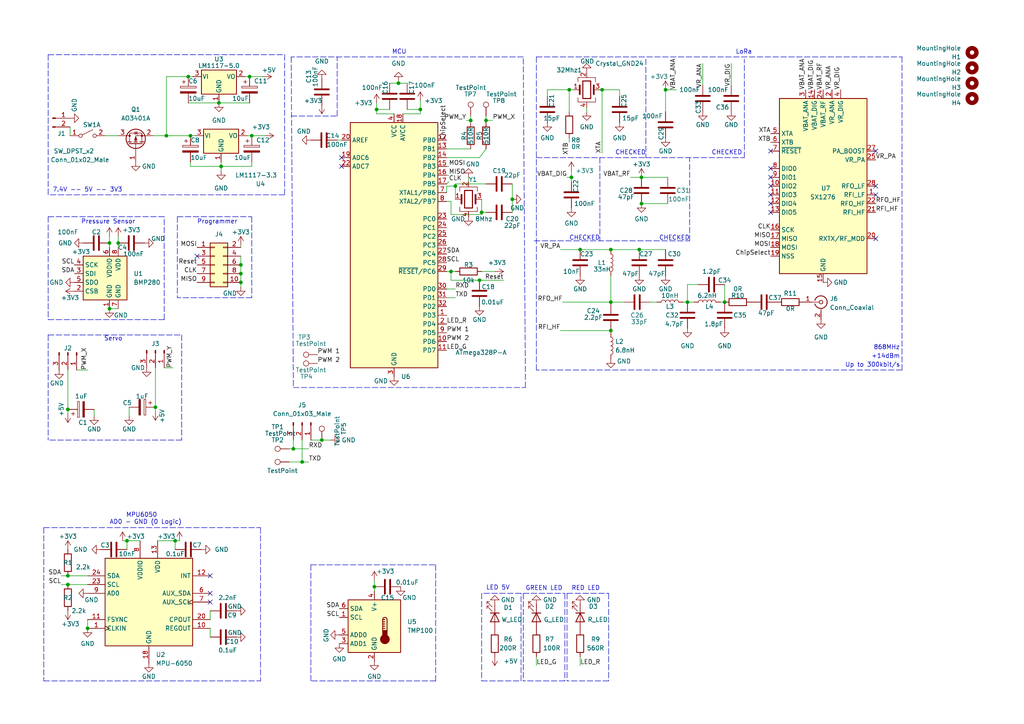
<source format=kicad_sch>
(kicad_sch (version 20211123) (generator eeschema)
  (paper "A4")
  (junction (at 69.85 79.375))
  (junction (at 115.57 24.13))
  (junction (at 31.75 70.485))
  (junction (at 177.165 87.63))
  (junction (at 73.025 39.37))
  (junction (at 165.735 51.435))
  (junction (at 139.065 81.28))
  (junction (at 199.39 87.63))
  (junction (at 174.625 26.035))
  (junction (at 93.345 127.635))
  (junction (at 121.92 31.75))
  (junction (at 72.39 22.225))
  (junction (at 130.81 78.74))
  (junction (at 25.4 182.245))
  (junction (at 54.61 22.225))
  (junction (at 19.685 169.545))
  (junction (at 210.185 87.63))
  (junction (at 36.83 156.845))
  (junction (at 64.135 48.26))
  (junction (at 193.04 26.035))
  (junction (at 109.22 31.75))
  (junction (at 165.1 26.035))
  (junction (at 31.75 89.535))
  (junction (at 148.59 57.785))
  (junction (at 132.08 53.975))
  (junction (at 185.42 72.39))
  (junction (at 19.685 118.745))
  (junction (at 48.26 39.37))
  (junction (at 45.085 118.11))
  (junction (at 55.245 39.37))
  (junction (at 87.63 133.985))
  (junction (at 63.5 29.845))
  (junction (at 69.85 76.835))
  (junction (at 85.09 130.175))
  (junction (at 19.685 167.005))
  (junction (at 186.055 59.055))
  (junction (at 186.055 51.435))
  (junction (at 34.29 70.485))
  (junction (at 177.165 95.885))
  (junction (at 139.7 61.595))
  (junction (at 136.525 34.925))
  (junction (at 108.585 170.18))
  (junction (at 177.165 72.39))
  (junction (at 69.85 81.915))
  (junction (at 140.97 34.925))
  (junction (at 50.8 156.845))
  (junction (at 168.275 72.39))
  (no_connect (at 254 43.815))
  (no_connect (at 254 56.515))
  (no_connect (at 99.06 45.72))
  (no_connect (at 99.06 48.26))
  (no_connect (at 57.15 74.295))
  (no_connect (at 60.96 167.005))
  (no_connect (at 60.96 174.625))
  (no_connect (at 60.96 172.085))
  (no_connect (at 223.52 43.815))
  (no_connect (at 223.52 51.435))
  (no_connect (at 223.52 53.975))
  (no_connect (at 223.52 61.595))
  (no_connect (at 223.52 56.515))
  (no_connect (at 223.52 59.055))
  (no_connect (at 254 69.215))
  (no_connect (at 223.52 48.895))
  (no_connect (at 254 53.975))
  (wire (pts (xy 140.97 34.925) (xy 142.875 34.925)))
  (wire (pts (xy 162.56 72.39) (xy 168.275 72.39)))
  (wire (pts (xy 19.685 169.545) (xy 25.4 169.545)))
  (wire (pts (xy 69.85 74.295) (xy 69.85 76.835)))
  (wire (pts (xy 135.89 51.435) (xy 135.89 52.705)))
  (polyline (pts (xy 13.97 92.71) (xy 47.625 92.71)))
  (polyline (pts (xy 47.625 62.865) (xy 13.97 62.865)))
  (wire (pts (xy 165.735 49.53) (xy 165.735 51.435)))
  (wire (pts (xy 210.185 82.55) (xy 210.185 87.63)))
  (wire (pts (xy 48.26 39.37) (xy 48.26 22.225)))
  (wire (pts (xy 69.85 79.375) (xy 69.85 81.915)))
  (wire (pts (xy 129.54 53.975) (xy 129.54 55.88)))
  (wire (pts (xy 55.245 46.99) (xy 55.245 48.26)))
  (wire (pts (xy 109.22 31.75) (xy 113.03 31.75)))
  (wire (pts (xy 116.84 33.02) (xy 121.92 33.02)))
  (wire (pts (xy 83.82 133.985) (xy 87.63 133.985)))
  (polyline (pts (xy 155.575 45.72) (xy 187.325 45.72)))
  (polyline (pts (xy 84.455 16.51) (xy 85.09 112.395)))
  (wire (pts (xy 71.12 22.225) (xy 72.39 22.225)))
  (polyline (pts (xy 47.625 92.71) (xy 47.625 62.865)))
  (wire (pts (xy 115.57 24.13) (xy 118.11 24.13)))
  (wire (pts (xy 132.08 53.975) (xy 132.08 57.785)))
  (wire (pts (xy 140.97 34.925) (xy 140.97 35.56)))
  (wire (pts (xy 140.97 61.595) (xy 139.7 61.595)))
  (wire (pts (xy 52.07 156.845) (xy 50.8 156.845)))
  (polyline (pts (xy 12.7 197.485) (xy 75.565 197.485)))
  (wire (pts (xy 165.735 51.435) (xy 165.735 52.705)))
  (wire (pts (xy 182.88 51.435) (xy 186.055 51.435)))
  (wire (pts (xy 158.75 26.035) (xy 165.1 26.035)))
  (wire (pts (xy 129.54 53.975) (xy 132.08 53.975)))
  (wire (pts (xy 193.04 26.035) (xy 196.215 26.035)))
  (wire (pts (xy 186.055 51.435) (xy 193.675 51.435)))
  (wire (pts (xy 25.4 107.315) (xy 22.225 107.315)))
  (polyline (pts (xy 151.13 172.085) (xy 139.7 172.085)))
  (wire (pts (xy 121.92 31.75) (xy 121.92 33.02)))
  (wire (pts (xy 54.61 22.225) (xy 55.88 22.225)))
  (polyline (pts (xy 51.435 62.865) (xy 51.435 86.36)))
  (wire (pts (xy 64.135 49.53) (xy 64.135 48.26)))
  (wire (pts (xy 129.54 83.82) (xy 132.08 83.82)))
  (wire (pts (xy 163.195 87.63) (xy 177.165 87.63)))
  (polyline (pts (xy 200.025 69.85) (xy 200.025 45.72)))
  (polyline (pts (xy 51.435 62.865) (xy 73.025 62.865)))
  (polyline (pts (xy 90.17 163.83) (xy 90.17 197.485)))
  (wire (pts (xy 129.54 43.18) (xy 136.525 43.18)))
  (wire (pts (xy 36.83 159.385) (xy 36.83 156.845)))
  (wire (pts (xy 93.345 127.635) (xy 95.885 127.635)))
  (wire (pts (xy 155.575 193.04) (xy 155.575 190.5)))
  (wire (pts (xy 170.18 32.385) (xy 170.18 31.115)))
  (wire (pts (xy 108.585 168.275) (xy 108.585 170.18)))
  (wire (pts (xy 140.97 43.18) (xy 139.065 45.72)))
  (wire (pts (xy 130.175 50.8) (xy 129.54 50.8)))
  (wire (pts (xy 85.09 127.635) (xy 85.09 130.175)))
  (polyline (pts (xy 82.55 15.875) (xy 82.55 56.515)))
  (wire (pts (xy 71.755 39.37) (xy 73.025 39.37)))
  (polyline (pts (xy 151.13 197.485) (xy 151.13 172.085)))
  (wire (pts (xy 173.99 26.035) (xy 174.625 26.035)))
  (polyline (pts (xy 187.325 45.72) (xy 215.9 45.72)))
  (polyline (pts (xy 13.97 97.155) (xy 13.97 127.635)))
  (wire (pts (xy 118.11 31.75) (xy 121.92 31.75)))
  (wire (pts (xy 132.08 78.74) (xy 130.81 78.74)))
  (polyline (pts (xy 126.365 197.485) (xy 90.17 197.485)))
  (wire (pts (xy 90.17 127.635) (xy 93.345 127.635)))
  (polyline (pts (xy 82.55 56.515) (xy 13.97 56.515)))
  (polyline (pts (xy 139.7 197.485) (xy 151.13 197.485)))
  (wire (pts (xy 130.175 48.26) (xy 129.54 48.26)))
  (wire (pts (xy 69.85 71.12) (xy 69.85 71.755)))
  (wire (pts (xy 50.165 106.68) (xy 47.625 106.68)))
  (wire (pts (xy 27.305 120.65) (xy 27.305 118.745)))
  (wire (pts (xy 132.08 53.34) (xy 140.97 53.34)))
  (polyline (pts (xy 13.97 15.875) (xy 13.97 56.515)))
  (wire (pts (xy 199.39 87.63) (xy 201.295 87.63)))
  (polyline (pts (xy 154.94 69.85) (xy 168.91 69.85)))
  (wire (pts (xy 174.625 44.45) (xy 174.625 26.035)))
  (polyline (pts (xy 173.99 45.72) (xy 173.99 69.85)))
  (polyline (pts (xy 52.705 97.155) (xy 52.705 127.635)))
  (wire (pts (xy 19.685 120.015) (xy 19.685 118.745)))
  (wire (pts (xy 177.165 87.63) (xy 180.975 87.63)))
  (wire (pts (xy 129.54 58.42) (xy 130.81 58.42)))
  (wire (pts (xy 108.585 170.18) (xy 108.585 171.45)))
  (wire (pts (xy 36.83 156.845) (xy 40.64 156.845)))
  (polyline (pts (xy 261.62 107.315) (xy 155.575 107.315)))
  (wire (pts (xy 19.685 167.005) (xy 25.4 167.005)))
  (polyline (pts (xy 13.97 97.155) (xy 52.705 97.155)))
  (wire (pts (xy 203.835 18.415) (xy 203.835 24.765)))
  (wire (pts (xy 19.685 107.315) (xy 19.685 118.745)))
  (polyline (pts (xy 151.765 16.51) (xy 84.455 16.51)))
  (wire (pts (xy 132.08 53.34) (xy 132.08 53.975)))
  (polyline (pts (xy 187.325 69.85) (xy 200.025 69.85)))
  (wire (pts (xy 34.29 70.485) (xy 34.29 71.755)))
  (wire (pts (xy 55.245 48.26) (xy 64.135 48.26)))
  (wire (pts (xy 55.245 39.37) (xy 48.26 39.37)))
  (wire (pts (xy 44.45 39.37) (xy 48.26 39.37)))
  (wire (pts (xy 165.1 41.275) (xy 165.1 40.005)))
  (wire (pts (xy 136.525 34.925) (xy 136.525 35.56)))
  (polyline (pts (xy 73.025 62.865) (xy 73.025 86.36)))
  (wire (pts (xy 130.175 52.705) (xy 129.54 53.34)))
  (wire (pts (xy 185.42 72.39) (xy 193.04 72.39)))
  (wire (pts (xy 212.09 18.415) (xy 212.09 24.765)))
  (polyline (pts (xy 176.53 172.085) (xy 176.53 197.485)))
  (polyline (pts (xy 151.765 172.085) (xy 151.765 197.485)))
  (wire (pts (xy 54.61 29.845) (xy 63.5 29.845)))
  (wire (pts (xy 129.54 86.36) (xy 132.08 86.36)))
  (wire (pts (xy 158.75 27.94) (xy 158.75 26.035)))
  (wire (pts (xy 73.025 46.99) (xy 73.025 48.26)))
  (polyline (pts (xy 85.09 112.395) (xy 152.4 112.395)))
  (wire (pts (xy 115.57 23.495) (xy 115.57 24.13)))
  (wire (pts (xy 17.78 169.545) (xy 19.685 169.545)))
  (wire (pts (xy 60.96 184.785) (xy 60.96 182.245)))
  (wire (pts (xy 109.22 29.845) (xy 109.22 31.75)))
  (polyline (pts (xy 139.7 172.085) (xy 139.7 197.485)))
  (wire (pts (xy 30.48 39.37) (xy 34.29 39.37)))
  (wire (pts (xy 85.09 130.175) (xy 89.535 130.175)))
  (wire (pts (xy 179.705 26.035) (xy 179.705 27.94)))
  (wire (pts (xy 130.81 62.23) (xy 139.7 62.23)))
  (wire (pts (xy 73.025 39.37) (xy 76.835 39.37)))
  (polyline (pts (xy 84.455 33.655) (xy 97.79 33.655)))
  (wire (pts (xy 55.245 39.37) (xy 56.515 39.37)))
  (wire (pts (xy 37.465 120.65) (xy 37.465 118.11)))
  (polyline (pts (xy 164.465 172.085) (xy 164.465 197.485)))
  (wire (pts (xy 168.275 72.39) (xy 177.165 72.39)))
  (wire (pts (xy 139.7 78.74) (xy 143.51 78.74)))
  (wire (pts (xy 87.63 127.635) (xy 87.63 133.985)))
  (wire (pts (xy 45.085 106.68) (xy 45.085 118.11)))
  (wire (pts (xy 83.82 130.175) (xy 85.09 130.175)))
  (wire (pts (xy 186.055 59.055) (xy 193.675 59.055)))
  (wire (pts (xy 130.81 81.28) (xy 130.81 78.74)))
  (wire (pts (xy 199.39 82.55) (xy 199.39 87.63)))
  (wire (pts (xy 31.75 89.535) (xy 34.29 89.535)))
  (wire (pts (xy 148.59 57.785) (xy 148.59 61.595)))
  (polyline (pts (xy 163.83 197.485) (xy 151.765 197.485)))
  (wire (pts (xy 177.165 95.885) (xy 177.165 96.52)))
  (polyline (pts (xy 187.325 17.145) (xy 187.325 45.72)))
  (wire (pts (xy 69.85 76.835) (xy 69.85 79.375)))
  (wire (pts (xy 135.255 34.925) (xy 136.525 34.925)))
  (wire (pts (xy 139.7 62.23) (xy 139.7 61.595)))
  (wire (pts (xy 193.04 26.035) (xy 193.04 32.385)))
  (polyline (pts (xy 152.4 112.395) (xy 151.765 16.51)))
  (wire (pts (xy 34.29 68.58) (xy 34.29 70.485)))
  (wire (pts (xy 48.26 22.225) (xy 54.61 22.225)))
  (wire (pts (xy 64.135 48.26) (xy 64.135 46.99)))
  (wire (pts (xy 177.165 88.265) (xy 177.165 87.63)))
  (wire (pts (xy 31.75 70.485) (xy 31.75 71.755)))
  (wire (pts (xy 45.085 119.38) (xy 45.085 118.11)))
  (wire (pts (xy 63.5 29.845) (xy 72.39 29.845)))
  (wire (pts (xy 69.85 81.915) (xy 69.85 83.185)))
  (polyline (pts (xy 13.97 15.875) (xy 82.55 15.875)))
  (wire (pts (xy 31.75 68.58) (xy 31.75 70.485)))
  (polyline (pts (xy 90.17 163.83) (xy 126.365 163.83)))
  (polyline (pts (xy 155.575 16.51) (xy 261.62 16.51)))
  (wire (pts (xy 60.96 177.165) (xy 60.96 179.705)))
  (polyline (pts (xy 13.97 62.865) (xy 13.97 92.71)))
  (wire (pts (xy 165.1 26.035) (xy 166.37 26.035)))
  (wire (pts (xy 165.1 26.035) (xy 165.1 32.385)))
  (wire (pts (xy 114.3 33.02) (xy 109.22 33.02)))
  (wire (pts (xy 139.7 61.595) (xy 139.7 57.785)))
  (wire (pts (xy 121.92 31.75) (xy 121.92 29.21)))
  (polyline (pts (xy 75.565 153.035) (xy 75.565 197.485)))
  (wire (pts (xy 177.165 72.39) (xy 185.42 72.39)))
  (wire (pts (xy 162.56 95.885) (xy 177.165 95.885)))
  (wire (pts (xy 35.56 156.845) (xy 36.83 156.845)))
  (polyline (pts (xy 151.765 172.085) (xy 163.83 172.085)))
  (wire (pts (xy 97.79 40.64) (xy 99.06 40.64)))
  (polyline (pts (xy 97.79 33.655) (xy 97.79 16.51)))
  (polyline (pts (xy 52.705 127.635) (xy 13.97 127.635)))
  (polyline (pts (xy 163.83 172.085) (xy 163.83 197.485)))
  (polyline (pts (xy 176.53 197.485) (xy 164.465 197.485)))
  (wire (pts (xy 64.135 48.26) (xy 73.025 48.26)))
  (wire (pts (xy 50.8 156.845) (xy 50.8 159.385)))
  (polyline (pts (xy 164.465 172.085) (xy 176.53 172.085)))
  (polyline (pts (xy 155.575 16.51) (xy 155.575 107.315)))
  (wire (pts (xy 20.32 36.83) (xy 20.32 39.37)))
  (wire (pts (xy 148.59 53.34) (xy 148.59 57.785)))
  (polyline (pts (xy 12.7 153.035) (xy 12.7 197.485)))
  (polyline (pts (xy 126.365 163.83) (xy 126.365 197.485)))
  (wire (pts (xy 164.465 51.435) (xy 165.735 51.435)))
  (wire (pts (xy 208.915 87.63) (xy 210.185 87.63)))
  (wire (pts (xy 17.78 167.005) (xy 19.685 167.005)))
  (wire (pts (xy 87.63 133.985) (xy 89.535 133.985)))
  (wire (pts (xy 113.03 24.13) (xy 115.57 24.13)))
  (wire (pts (xy 130.81 58.42) (xy 130.81 62.23)))
  (wire (pts (xy 199.39 82.55) (xy 202.565 82.55)))
  (wire (pts (xy 140.97 34.925) (xy 140.97 33.655)))
  (wire (pts (xy 168.275 193.04) (xy 168.275 190.5)))
  (wire (pts (xy 25.4 179.705) (xy 25.4 182.245)))
  (wire (pts (xy 109.22 33.02) (xy 109.22 31.75)))
  (wire (pts (xy 146.05 81.28) (xy 139.065 81.28)))
  (wire (pts (xy 72.39 22.225) (xy 76.2 22.225)))
  (wire (pts (xy 130.81 78.74) (xy 129.54 78.74)))
  (polyline (pts (xy 215.9 45.72) (xy 215.9 17.145)))
  (polyline (pts (xy 261.62 16.51) (xy 261.62 107.315)))
  (wire (pts (xy 198.12 87.63) (xy 199.39 87.63)))
  (wire (pts (xy 177.165 80.01) (xy 177.165 87.63)))
  (wire (pts (xy 139.065 81.28) (xy 130.81 81.28)))
  (wire (pts (xy 45.72 156.845) (xy 50.8 156.845)))
  (wire (pts (xy 174.625 26.035) (xy 179.705 26.035)))
  (polyline (pts (xy 12.7 153.035) (xy 75.565 153.035)))
  (wire (pts (xy 136.525 33.655) (xy 136.525 34.925)))
  (polyline (pts (xy 168.91 69.85) (xy 187.325 69.85)))
  (wire (pts (xy 129.54 45.72) (xy 139.065 45.72)))
  (polyline (pts (xy 73.025 86.36) (xy 51.435 86.36)))
  (wire (pts (xy 188.595 87.63) (xy 190.5 87.63)))
  (text "CHECKED" (at 165.1 69.85 0) (effects (font (size 1.27 1.27)) (justify left bottom)))
  (text "LED 5V\n " (at 140.97 173.355 0) (effects (font (size 1.27 1.27)) (justify left bottom)))
  (text "CHECKED" (at 178.435 45.085 0) (effects (font (size 1.27 1.27)) (justify left bottom)))
  (text "868MHz" (at 253.365 101.6 0) (effects (font (size 1.27 1.27)) (justify left bottom)))
  (text "Pressure Sensor\n\n\n" (at 23.495 69.215 0) (effects (font (size 1.27 1.27)) (justify left bottom)))
  (text "CHECKED" (at 191.135 69.85 0) (effects (font (size 1.27 1.27)) (justify left bottom)))
  (text "Up to 300kbit/s" (at 245.11 106.68 0) (effects (font (size 1.27 1.27)) (justify left bottom)))
  (text "Programmer\n\n\n" (at 57.15 69.215 0) (effects (font (size 1.27 1.27)) (justify left bottom)))
  (text "	MPU6050\nAD0 - GND (0 Logic)\n\n" (at 31.75 154.305 0) (effects (font (size 1.27 1.27)) (justify left bottom)))
  (text "MCU\n" (at 113.665 15.875 0) (effects (font (size 1.27 1.27)) (justify left bottom)))
  (text "RED LED\n" (at 165.735 171.45 0) (effects (font (size 1.27 1.27)) (justify left bottom)))
  (text "CHECKED" (at 206.375 45.085 0) (effects (font (size 1.27 1.27)) (justify left bottom)))
  (text "+14dBm\n" (at 252.73 104.14 0) (effects (font (size 1.27 1.27)) (justify left bottom)))
  (text "7.4V -- 5V -- 3V3\n" (at 15.24 55.88 0) (effects (font (size 1.27 1.27)) (justify left bottom)))
  (text "Servo\n" (at 35.56 99.06 180) (effects (font (size 1.27 1.27)) (justify right bottom)))
  (text "GREEN LED\n" (at 152.4 171.45 0) (effects (font (size 1.27 1.27)) (justify left bottom)))
  (text "LoRa\n" (at 213.36 15.875 0) (effects (font (size 1.27 1.27)) (justify left bottom)))
  (label "LED_R" (at 168.275 193.04 0))
  (label "LED_G" (at 155.575 193.04 0))
  (label "TXD" (at 89.535 133.985 0))
  (label "LED_G" (at 129.54 101.6 0))
  (label "XTB" (at 223.52 41.275 180))
  (label "Reset" (at 146.05 81.28 180))
  (label "VR_DIG" (at 243.84 26.035 90))
  (label "PWM_X" (at 142.875 34.925 0))
  (label "PWM 1" (at 129.54 96.52 0))
  (label "PWM_Y" (at 135.255 34.925 180))
  (label "XTB" (at 165.1 41.275 270))
  (label "TXD" (at 132.08 86.36 0))
  (label "MISO" (at 223.52 69.215 180))
  (label "XTA" (at 174.625 44.45 90))
  (label "RFI_HF" (at 254 61.595 0))
  (label "RFI_HF" (at 162.56 95.885 180))
  (label "RFO_HF" (at 163.195 87.63 180))
  (label "MISO" (at 130.175 50.8 0))
  (label "SDA" (at 21.59 79.375 180))
  (label "RFO_HF" (at 254 59.055 0))
  (label "PWM_Y" (at 50.165 106.68 90))
  (label "VR_PA" (at 254 46.355 0))
  (label "VBAT_ANA" (at 233.68 26.035 90))
  (label "PWM 1" (at 92.075 102.87 0))
  (label "MOSI" (at 130.175 48.26 0))
  (label "MISO" (at 57.15 81.915 180))
  (label "PWM 2" (at 129.54 99.06 0))
  (label "LED_R" (at 129.54 93.98 0))
  (label "SDA" (at 17.78 167.005 180))
  (label "MOSI" (at 223.52 71.755 180))
  (label "VBAT_RF" (at 238.76 26.035 90))
  (label "VR_ANA" (at 203.835 18.415 270))
  (label "VR_DIG" (at 212.09 18.415 270))
  (label "MOSI" (at 57.15 71.755 180))
  (label "VBAT_RF" (at 182.88 51.435 180))
  (label "XTA" (at 223.52 38.735 180))
  (label "SDA" (at 129.54 73.66 0))
  (label "CLK" (at 130.175 52.705 0))
  (label "SCL" (at 21.59 76.835 180))
  (label "SCL" (at 129.54 76.2 0))
  (label "CLK" (at 223.52 66.675 180))
  (label "SDA" (at 98.425 176.53 180))
  (label "VBAT_DIG" (at 164.465 51.435 180))
  (label "PWM_X" (at 25.4 107.315 90))
  (label "VR_PA" (at 162.56 72.39 180))
  (label "VBAT_ANA" (at 196.215 26.035 90))
  (label "PWM 2" (at 92.075 105.41 0))
  (label "RXD" (at 132.08 83.82 0))
  (label "RXD" (at 89.535 130.175 0))
  (label "ChipSelect" (at 129.54 40.64 90))
  (label "CLK" (at 57.15 79.375 180))
  (label "VR_ANA" (at 241.3 26.035 90))
  (label "SCL" (at 17.78 169.545 180))
  (label "SCL" (at 98.425 179.07 180))
  (label "VBAT_DIG" (at 236.22 26.035 90))
  (label "ChipSelect" (at 223.52 74.295 180))
  (label "Reset" (at 57.15 76.835 180))
  (symbol (lib_id "Sensor_Temperature:TMP100") (at 108.585 181.61 0) (unit 1)
    (property "Reference" "U5" (at 118.11 180.3399 0) (effects (justify left)))
    (property "Value" "TMP100" (at 118.11 182.8799 0) (effects (justify left)))
    (property "Footprint" "Package_TO_SOT_SMD:SOT-23-6" (effects hide))
    (property "Datasheet" "http://www.ti.com/lit/gpn/tmp100" (effects hide))
  )
  (symbol (lib_id "power:+3.3V") (at 35.56 156.845 0) (unit 1)
    (property "Reference" "#PWR016" (effects hide))
    (property "Value" "+3.3V" (at 39.37 155.575 0))
  )
  (symbol (lib_id "Device:R") (at 213.995 87.63 270) (unit 1)
    (property "Reference" "R10" (at 213.995 85.725 90))
    (property "Value" "0R" (at 213.995 83.82 90))
    (property "Footprint" "Resistor_SMD:R_0402_1005Metric" (effects hide))
  )
  (symbol (lib_id "power:+3.3V") (at 165.735 49.53 0) (unit 1)
    (property "Reference" "#PWR055" (effects hide))
    (property "Value" "+3.3V" (at 169.545 49.53 0))
  )
  (symbol (lib_id "Device:LED") (at 155.575 179.07 270) (unit 1)
    (property "Reference" "D2" (at 159.385 175.895 90))
    (property "Value" "G_LED" (at 160.655 179.705 90))
    (property "Footprint" "LED_SMD:LED_PLCC-2" (effects hide))
  )
  (symbol (lib_id "Device:C") (at 179.705 31.75 180) (unit 1)
    (property "Reference" "C25" (at 180.975 29.21 90))
    (property "Value" "15pF" (at 182.88 34.29 0))
    (property "Footprint" "Capacitor_SMD:C_0402_1005Metric" (effects hide))
  )
  (symbol (lib_id "Device:R") (at 229.235 87.63 270) (unit 1)
    (property "Reference" "R11" (at 229.235 85.09 90))
    (property "Value" "0R" (at 229.235 89.535 90))
    (property "Footprint" "Resistor_SMD:R_0402_1005Metric" (effects hide))
  )
  (symbol (lib_id "Device:C_Polarized") (at 72.39 26.035 0) (unit 1)
    (property "Reference" "C11" (at 73.66 23.495 0) (effects (justify left)))
    (property "Value" "10uF" (at 67.31 28.575 0) (effects (justify left)))
    (property "Footprint" "Capacitor_SMD:C_1206_3216Metric" (effects hide))
  )
  (symbol (lib_id "Device:R") (at 19.685 173.355 180) (unit 1)
    (property "Reference" "R2" (at 19.685 173.355 0))
    (property "Value" "2.2k" (at 22.86 177.165 0))
    (property "Footprint" "Resistor_SMD:R_0402_1005Metric" (effects hide))
  )
  (symbol (lib_id "power:GND") (at 68.58 184.785 90) (unit 1)
    (property "Reference" "#PWR028" (effects hide))
    (property "Value" "GND" (at 66.04 183.515 90) (effects (justify right)))
  )
  (symbol (lib_id "Connector:TestPoint") (at 92.075 102.87 90) (unit 1)
    (property "Reference" "TP3" (at 88.265 97.79 90))
    (property "Value" "TestPoint" (at 90.17 99.695 90))
    (property "Footprint" "TestPoint:TestPoint_Pad_D1.5mm" (effects hide))
  )
  (symbol (lib_id "power:GND") (at 143.51 175.26 180) (unit 1)
    (property "Reference" "#PWR050" (effects hide))
    (property "Value" "GND" (at 147.32 173.99 0))
  )
  (symbol (lib_id "Device:C") (at 118.11 27.94 180) (unit 1)
    (property "Reference" "C17" (at 119.38 25.4 90))
    (property "Value" "100nF" (at 123.19 24.765 0))
    (property "Footprint" "Capacitor_SMD:C_0402_1005Metric" (effects hide))
  )
  (symbol (lib_id "power:GND") (at 155.575 175.26 180) (unit 1)
    (property "Reference" "#PWR053" (effects hide))
    (property "Value" "GND" (at 157.48 173.99 0) (effects (justify right)))
  )
  (symbol (lib_id "power:+3.3V") (at 21.59 84.455 90) (unit 1)
    (property "Reference" "#PWR07" (effects hide))
    (property "Value" "+3.3V" (at 20.32 86.36 90))
  )
  (symbol (lib_id "power:GND") (at 135.89 62.865 0) (unit 1)
    (property "Reference" "#PWR047" (effects hide))
    (property "Value" "GND" (at 130.81 63.5 0) (effects (justify left)))
  )
  (symbol (lib_id "power:GND") (at 63.5 29.845 0) (unit 1)
    (property "Reference" "#PWR025" (effects hide))
    (property "Value" "GND" (at 63.5 34.925 0))
  )
  (symbol (lib_id "Connector:TestPoint") (at 140.97 33.655 0) (unit 1)
    (property "Reference" "TP8" (at 142.875 29.21 0) (effects (justify left)))
    (property "Value" "TestPoint" (at 140.97 27.305 0) (effects (justify left)))
    (property "Footprint" "TestPoint:TestPoint_Pad_D1.5mm" (effects hide))
  )
  (symbol (lib_id "power:GND") (at 64.135 49.53 0) (unit 1)
    (property "Reference" "#PWR026" (effects hide))
    (property "Value" "GND" (at 64.135 54.61 0))
  )
  (symbol (lib_id "power:GND") (at 108.585 191.77 0) (unit 1)
    (property "Reference" "#PWR040" (effects hide))
    (property "Value" "GND" (at 108.585 196.215 0))
  )
  (symbol (lib_id "Regulator_Linear:LM1117-5.0") (at 63.5 22.225 0) (unit 1)
    (property "Reference" "U3" (at 63.5 17.145 0))
    (property "Value" "LM1117-5.0" (at 63.5 19.05 0))
    (property "Footprint" "Package_TO_SOT_SMD:SOT-223-3_TabPin2" (effects hide))
    (property "Datasheet" "http://www.ti.com/lit/ds/symlink/lm1117.pdf" (effects hide))
  )
  (symbol (lib_id "Device:R") (at 155.575 186.69 180) (unit 1)
    (property "Reference" "R7" (at 159.385 185.42 0))
    (property "Value" "100R" (at 160.02 187.96 0))
    (property "Footprint" "Resistor_SMD:R_0402_1005Metric" (effects hide))
  )
  (symbol (lib_id "Device:L") (at 194.31 87.63 90) (unit 1)
    (property "Reference" "L3" (at 194.31 88.9 90))
    (property "Value" "10nH" (at 194.31 85.725 90))
    (property "Footprint" "Inductor_SMD:L_0402_1005Metric" (effects hide))
  )
  (symbol (lib_id "Connector_Generic:Conn_02x05_Odd_Even") (at 62.23 76.835 0) (unit 1)
    (property "Reference" "J4" (at 63.5 67.945 0))
    (property "Value" "Conn_02x05_Odd_Even" (effects hide))
    (property "Footprint" "Connector_IDC:IDC-Header_2x05_P2.54mm_Vertical" (effects hide))
  )
  (symbol (lib_id "Device:C") (at 199.39 91.44 0) (unit 1)
    (property "Reference" "C32" (at 194.945 91.44 0))
    (property "Value" "4.7pF" (at 195.58 93.98 0))
    (property "Footprint" "Capacitor_SMD:C_0402_1005Metric" (effects hide))
  )
  (symbol (lib_id "power:+3.3V") (at 186.055 51.435 0) (unit 1)
    (property "Reference" "#PWR064" (effects hide))
    (property "Value" "+3.3V" (at 186.055 47.625 0))
  )
  (symbol (lib_id "power:GND") (at 203.835 32.385 0) (unit 1)
    (property "Reference" "#PWR070" (effects hide))
    (property "Value" "GND" (at 203.835 36.195 0))
  )
  (symbol (lib_id "Device:C") (at 144.78 61.595 90) (unit 1)
    (property "Reference" "C20" (at 148.59 63.5 90))
    (property "Value" "22pF" (at 148.59 65.405 90))
    (property "Footprint" "Capacitor_SMD:C_0402_1005Metric" (effects hide))
  )
  (symbol (lib_id "power:GND") (at 170.18 20.955 180) (unit 1)
    (property "Reference" "#PWR059" (effects hide))
    (property "Value" "GND" (at 168.275 17.78 0) (effects (justify right)))
  )
  (symbol (lib_id "power:GND") (at 170.18 32.385 0) (unit 1)
    (property "Reference" "#PWR060" (effects hide))
    (property "Value" "GND" (at 170.18 36.83 0))
  )
  (symbol (lib_id "Device:C_Polarized") (at 41.275 118.11 270) (unit 1)
    (property "Reference" "C5" (at 35.56 116.84 90) (effects (justify left)))
    (property "Value" "1uF" (at 39.37 114.935 90) (effects (justify left)))
    (property "Footprint" "Capacitor_SMD:CP_Elec_4x5.4" (effects hide))
  )
  (symbol (lib_id "Mechanical:MountingHole") (at 281.94 28.575 180) (unit 1)
    (property "Reference" "H4" (at 278.765 29.8451 0) (effects (justify left)))
    (property "Value" "MountingHole" (at 278.765 27.3051 0) (effects (justify left)))
    (property "Footprint" "MountingHole:MountingHole_3.5mm" (effects hide))
  )
  (symbol (lib_id "Connector:TestPoint") (at 136.525 33.655 0) (unit 1)
    (property "Reference" "TP7" (at 134.62 27.305 0) (effects (justify left)))
    (property "Value" "TestPoint" (at 132.08 25.4 0) (effects (justify left)))
    (property "Footprint" "TestPoint:TestPoint_Pad_D1.5mm" (effects hide))
  )
  (symbol (lib_id "power:+3.3V") (at 76.835 39.37 270) (unit 1)
    (property "Reference" "#PWR032" (effects hide))
    (property "Value" "+3.3V" (at 73.025 36.83 90) (effects (justify left)))
  )
  (symbol (lib_id "power:+5V") (at 76.2 22.225 270) (unit 1)
    (property "Reference" "#PWR031" (effects hide))
    (property "Value" "+5V" (at 80.01 20.32 90) (effects (justify right)))
  )
  (symbol (lib_id "Device:L") (at 177.165 76.2 0) (unit 1)
    (property "Reference" "L1" (at 173.355 76.2 0) (effects (justify left)))
    (property "Value" "33nH" (at 172.085 78.105 0) (effects (justify left)))
    (property "Footprint" "Inductor_SMD:L_0402_1005Metric" (effects hide))
  )
  (symbol (lib_id "power:+3V3") (at 143.51 78.74 270) (unit 1)
    (property "Reference" "#PWR049" (effects hide))
    (property "Value" "+3V3" (at 144.145 76.2 90))
  )
  (symbol (lib_id "Switch:SW_DPST_x2") (at 25.4 39.37 0) (unit 1)
    (property "Reference" "SW1" (at 29.21 36.195 0) (effects (justify right)))
    (property "Value" "SW_DPST_x2" (at 27.305 43.815 0) (effects (justify right)))
    (property "Footprint" "Button_Switch_SMD:SW_DIP_SPSTx01_Slide_6.7x4.1mm_W6.73mm_P2.54mm_LowProfile_JPin" (effects hide))
  )
  (symbol (lib_id "power:+3.3V") (at 31.75 68.58 0) (unit 1)
    (property "Reference" "#PWR013" (effects hide))
    (property "Value" "+3.3V" (at 23.495 73.025 0))
  )
  (symbol (lib_id "Device:C") (at 64.77 184.785 90) (unit 1)
    (property "Reference" "C10" (at 67.31 186.055 90))
    (property "Value" "0.1uF" (at 66.04 188.595 90))
    (property "Footprint" "Capacitor_SMD:C_0402_1005Metric" (effects hide))
  )
  (symbol (lib_id "Device:L") (at 177.165 100.33 0) (unit 1)
    (property "Reference" "L2" (at 178.435 99.0599 0) (effects (justify left)))
    (property "Value" "6.8nH" (at 178.435 101.5999 0) (effects (justify left)))
    (property "Footprint" "Inductor_SMD:L_0402_1005Metric" (effects hide))
  )
  (symbol (lib_id "Mechanical:MountingHole") (at 281.94 19.685 180) (unit 1)
    (property "Reference" "H2" (at 278.765 20.9551 0) (effects (justify left)))
    (property "Value" "MountingHole" (at 278.765 18.4151 0) (effects (justify left)))
    (property "Footprint" "MountingHole:MountingHole_3.5mm" (effects hide))
  )
  (symbol (lib_id "Connector:Conn_01x02_Male") (at 15.24 34.29 0) (unit 1)
    (property "Reference" "J1" (at 19.05 38.735 0) (effects (justify right)))
    (property "Value" "Conn_01x02_Male" (at 31.75 46.355 0) (effects (justify right)))
    (property "Footprint" "Connector_PinHeader_2.54mm:PinHeader_1x02_P2.54mm_Vertical" (effects hide))
  )
  (symbol (lib_id "power:GND") (at 179.705 35.56 0) (unit 1)
    (property "Reference" "#PWR062" (effects hide))
    (property "Value" "GND" (at 179.705 40.005 0))
  )
  (symbol (lib_id "Device:C") (at 93.98 40.64 90) (unit 1)
    (property "Reference" "C14" (at 96.52 39.37 90))
    (property "Value" "100nF" (at 97.79 41.91 90))
    (property "Footprint" "Capacitor_SMD:C_0402_1005Metric" (effects hide))
  )
  (symbol (lib_id "Device:C") (at 210.185 91.44 0) (unit 1)
    (property "Reference" "C35" (at 214.63 91.44 0))
    (property "Value" "1.8pF" (at 207.01 93.98 0))
    (property "Footprint" "Capacitor_SMD:C_0402_1005Metric" (effects hide))
  )
  (symbol (lib_id "power:GND") (at 139.065 88.9 0) (unit 1)
    (property "Reference" "#PWR048" (effects hide))
    (property "Value" "GND" (at 139.065 92.71 0))
  )
  (symbol (lib_id "Device:C") (at 212.09 28.575 0) (unit 1)
    (property "Reference" "C36" (at 209.55 31.115 0))
    (property "Value" "100nF" (at 208.28 26.035 0))
    (property "Footprint" "Capacitor_SMD:C_0402_1005Metric" (effects hide))
  )
  (symbol (lib_id "power:GND") (at 31.75 89.535 0) (unit 1)
    (property "Reference" "#PWR014" (effects hide))
    (property "Value" "GND" (at 33.02 91.44 0) (effects (justify left)))
  )
  (symbol (lib_id "Device:R") (at 168.275 186.69 180) (unit 1)
    (property "Reference" "R9" (at 172.72 185.42 0))
    (property "Value" "560R" (at 172.72 187.96 0))
    (property "Footprint" "Resistor_SMD:R_0402_1005Metric" (effects hide))
  )
  (symbol (lib_id "Device:C") (at 186.055 55.245 180) (unit 1)
    (property "Reference" "C28" (at 181.61 55.245 0))
    (property "Value" "47pF" (at 181.61 57.15 0))
    (property "Footprint" "Capacitor_SMD:C_0402_1005Metric" (effects hide))
  )
  (symbol (lib_id "power:GND") (at 177.165 104.14 0) (unit 1)
    (property "Reference" "#PWR061" (effects hide))
    (property "Value" "GND" (at 180.975 104.775 0))
  )
  (symbol (lib_id "Device:C") (at 112.395 170.18 90) (unit 1)
    (property "Reference" "C15" (at 112.395 173.355 90))
    (property "Value" "0.01uF" (at 118.11 168.91 90))
    (property "Footprint" "Capacitor_SMD:C_0402_1005Metric" (effects hide))
  )
  (symbol (lib_id "power:+3.3V") (at 193.04 26.035 0) (unit 1)
    (property "Reference" "#PWR066" (effects hide))
    (property "Value" "+3.3V" (at 191.135 22.225 0))
  )
  (symbol (lib_id "Device:C") (at 144.78 53.34 90) (unit 1)
    (property "Reference" "C19" (at 144.78 49.53 90))
    (property "Value" "22pF" (at 148.59 50.8 90))
    (property "Footprint" "Capacitor_SMD:C_0402_1005Metric" (effects hide))
  )
  (symbol (lib_id "Device:C_Polarized") (at 73.025 43.18 0) (unit 1)
    (property "Reference" "C12" (at 74.295 40.64 0) (effects (justify left)))
    (property "Value" "10uF" (at 67.945 45.72 0) (effects (justify left)))
    (property "Footprint" "Capacitor_SMD:C_1206_3216Metric" (effects hide))
  )
  (symbol (lib_id "power:GND") (at 24.13 70.485 270) (unit 1)
    (property "Reference" "#PWR08" (effects hide))
    (property "Value" "GND" (at 20.955 70.4849 90) (effects (justify right)))
  )
  (symbol (lib_id "power:+5V") (at 45.085 119.38 180) (unit 1)
    (property "Reference" "#PWR022" (effects hide))
    (property "Value" "+5V" (at 46.99 120.65 90))
  )
  (symbol (lib_id "Device:L") (at 205.105 87.63 90) (unit 1)
    (property "Reference" "L4" (at 205.74 88.9 90))
    (property "Value" "6.2nH" (at 205.105 85.725 90))
    (property "Footprint" "Inductor_SMD:L_0402_1005Metric" (effects hide))
  )
  (symbol (lib_id "power:+3.3V") (at 19.685 177.165 180) (unit 1)
    (property "Reference" "#PWR04" (effects hide))
    (property "Value" "+3.3V" (at 17.78 180.975 0) (effects (justify right)))
  )
  (symbol (lib_id "Device:C") (at 33.02 159.385 90) (unit 1)
    (property "Reference" "C3" (at 30.48 158.115 90))
    (property "Value" "10nF" (at 36.83 160.655 90))
    (property "Footprint" "Capacitor_SMD:C_0402_1005Metric" (effects hide))
  )
  (symbol (lib_id "Device:C") (at 206.375 82.55 270) (unit 1)
    (property "Reference" "C34" (at 210.185 81.28 90))
    (property "Value" "1.2pF" (at 206.375 78.74 90))
    (property "Footprint" "Capacitor_SMD:C_0402_1005Metric" (effects hide))
  )
  (symbol (lib_id "Mechanical:MountingHole") (at 281.94 15.24 180) (unit 1)
    (property "Reference" "H1" (at 278.765 16.5101 0) (effects (justify left)))
    (property "Value" "MountingHole" (at 278.765 13.9701 0) (effects (justify left)))
    (property "Footprint" "MountingHole:MountingHole_3.5mm" (effects hide))
  )
  (symbol (lib_id "power:GND") (at 185.42 80.01 0) (unit 1)
    (property "Reference" "#PWR063" (effects hide))
    (property "Value" "GND" (at 185.42 83.82 0))
  )
  (symbol (lib_id "power:GND") (at 238.76 81.915 90) (unit 1)
    (property "Reference" "#PWR074" (effects hide))
    (property "Value" "GND" (at 243.84 81.915 90))
  )
  (symbol (lib_id "power:GND") (at 58.42 159.385 90) (unit 1)
    (property "Reference" "#PWR024" (effects hide))
    (property "Value" "GND" (at 62.23 159.3849 90) (effects (justify right)))
  )
  (symbol (lib_id "Device:R") (at 140.97 39.37 180) (unit 1)
    (property "Reference" "R5" (at 139.065 39.37 90))
    (property "Value" "510R" (at 140.97 39.37 90))
    (property "Footprint" "Resistor_SMD:R_0402_1005Metric" (effects hide))
  )
  (symbol (lib_id "power:GND") (at 29.21 159.385 270) (unit 1)
    (property "Reference" "#PWR012" (effects hide))
    (property "Value" "GND" (at 25.4 159.3849 90) (effects (justify right)))
  )
  (symbol (lib_id "power:+3.3V") (at 19.685 159.385 0) (unit 1)
    (property "Reference" "#PWR03" (effects hide))
    (property "Value" "+3.3V" (at 19.685 155.575 0))
  )
  (symbol (lib_id "power:GND") (at 193.04 80.01 0) (unit 1)
    (property "Reference" "#PWR068" (effects hide))
    (property "Value" "GND" (at 193.04 83.82 0))
  )
  (symbol (lib_id "power:GND") (at 27.305 120.65 0) (unit 1)
    (property "Reference" "#PWR011" (effects hide))
    (property "Value" "GND" (at 27.305 124.46 0))
  )
  (symbol (lib_id "Sensor_Motion:MPU-6050") (at 43.18 174.625 0) (unit 1)
    (property "Reference" "U2" (at 45.1994 189.865 0) (effects (justify left)))
    (property "Value" "MPU-6050" (at 45.1994 192.405 0) (effects (justify left)))
    (property "Footprint" "Sensor_Motion:InvenSense_QFN-24_4x4mm_P0.5mm" (effects hide))
    (property "Datasheet" "https://store.invensense.com/datasheets/invensense/MPU-6050_DataSheet_V3%204.pdf" (effects hide))
  )
  (symbol (lib_id "power:GND") (at 186.055 59.055 0) (unit 1)
    (property "Reference" "#PWR065" (effects hide))
    (property "Value" "GND" (at 186.055 63.5 0))
  )
  (symbol (lib_id "power:GND") (at 41.91 70.485 90) (unit 1)
    (property "Reference" "#PWR019" (effects hide))
    (property "Value" "GND" (at 43.815 69.215 90) (effects (justify right)))
  )
  (symbol (lib_id "power:GND") (at 17.145 107.315 0) (unit 1)
    (property "Reference" "#PWR01" (effects hide))
    (property "Value" "GND" (at 16.51 111.125 0))
  )
  (symbol (lib_id "power:GND") (at 37.465 120.65 0) (unit 1)
    (property "Reference" "#PWR017" (effects hide))
    (property "Value" "GND" (at 37.465 124.46 0))
  )
  (symbol (lib_id "Device:C_Polarized") (at 54.61 26.035 0) (unit 1)
    (property "Reference" "C6" (at 54.61 23.495 0) (effects (justify left)))
    (property "Value" "10uF" (at 54.61 28.575 0) (effects (justify left)))
    (property "Footprint" "Capacitor_SMD:C_1206_3216Metric" (effects hide))
  )
  (symbol (lib_id "power:GND") (at 115.57 23.495 180) (unit 1)
    (property "Reference" "#PWR043" (effects hide))
    (property "Value" "GND" (at 115.57 18.415 0))
  )
  (symbol (lib_id "power:GND") (at 165.735 60.325 0) (unit 1)
    (property "Reference" "#PWR056" (effects hide))
    (property "Value" "GND" (at 165.735 64.77 0))
  )
  (symbol (lib_id "power:GND") (at 114.3 109.22 0) (unit 1)
    (property "Reference" "#PWR042" (effects hide))
    (property "Value" "GND" (at 110.49 110.49 0))
  )
  (symbol (lib_id "Device:C") (at 93.345 26.67 180) (unit 1)
    (property "Reference" "C13" (at 89.535 22.225 90))
    (property "Value" "100nF" (at 91.44 22.225 90))
    (property "Footprint" "Capacitor_SMD:C_0402_1005Metric" (effects hide))
  )
  (symbol (lib_id "Device:LED") (at 168.275 179.07 270) (unit 1)
    (property "Reference" "D3" (at 172.085 175.895 90))
    (property "Value" "R_LED" (at 173.355 179.705 90))
    (property "Footprint" "LED_SMD:LED_PLCC-2" (effects hide))
  )
  (symbol (lib_id "power:GND") (at 25.4 172.085 270) (unit 1)
    (property "Reference" "#PWR09" (effects hide))
    (property "Value" "GND" (at 28.575 173.99 90) (effects (justify right)))
  )
  (symbol (lib_id "power:GND") (at 135.89 51.435 180) (unit 1)
    (property "Reference" "#PWR046" (effects hide))
    (property "Value" "GND" (at 137.16 47.625 0))
  )
  (symbol (lib_id "Device:C") (at 168.275 76.2 180) (unit 1)
    (property "Reference" "C23" (at 170.18 73.66 0))
    (property "Value" "10nF" (at 165.735 78.74 0))
    (property "Footprint" "Capacitor_SMD:C_0402_1005Metric" (effects hide))
  )
  (symbol (lib_id "power:+3V3") (at 121.92 29.21 0) (unit 1)
    (property "Reference" "#PWR045" (effects hide))
    (property "Value" "+3V3" (at 125.73 29.21 0))
  )
  (symbol (lib_id "Device:C") (at 139.065 85.09 0) (unit 1)
    (property "Reference" "C18" (at 141.605 83.185 0))
    (property "Value" "0.01uF" (at 142.875 87.63 0))
    (property "Footprint" "Capacitor_SMD:C_0402_1005Metric" (effects hide))
  )
  (symbol (lib_id "power:+3.3V") (at 34.29 68.58 0) (unit 1)
    (property "Reference" "#PWR015" (effects hide))
    (property "Value" "+3.3V" (at 38.1 66.675 0))
  )
  (symbol (lib_id "power:+3V3") (at 93.345 30.48 180) (unit 1)
    (property "Reference" "#PWR035" (effects hide))
    (property "Value" "+3V3" (at 90.805 29.21 0))
  )
  (symbol (lib_id "Device:R") (at 135.89 78.74 90) (unit 1)
    (property "Reference" "R3" (at 135.89 76.835 90))
    (property "Value" "10k" (at 135.89 81.28 90))
    (property "Footprint" "Resistor_SMD:R_0402_1005Metric" (effects hide))
  )
  (symbol (lib_id "Device:C") (at 185.42 76.2 180) (unit 1)
    (property "Reference" "C27" (at 187.325 73.66 0))
    (property "Value" "47pF" (at 182.88 79.375 0))
    (property "Footprint" "Capacitor_SMD:C_0402_1005Metric" (effects hide))
  )
  (symbol (lib_id "Device:C") (at 203.835 28.575 0) (unit 1)
    (property "Reference" "C33" (at 202.565 31.115 90))
    (property "Value" "100nF" (at 200.025 26.035 0))
    (property "Footprint" "Capacitor_SMD:C_0402_1005Metric" (effects hide))
  )
  (symbol (lib_id "Connector:TestPoint") (at 83.82 133.985 90) (unit 1)
    (property "Reference" "TP2" (at 80.518 127.635 90))
    (property "Value" "TestPoint" (at 81.915 136.525 90))
    (property "Footprint" "TestPoint:TestPoint_Pad_D1.5mm" (effects hide))
  )
  (symbol (lib_id "Connector:Conn_01x03_Male") (at 19.685 102.235 270) (unit 1)
    (property "Reference" "J2" (at 19.685 100.965 90))
    (property "Value" "X" (effects hide))
    (property "Footprint" "Connector_PinHeader_2.54mm:PinHeader_1x03_P2.54mm_Vertical" (effects hide))
  )
  (symbol (lib_id "Connector:Conn_Coaxial") (at 238.125 87.63 0) (unit 1)
    (property "Reference" "J6" (at 240.665 86.6531 0) (effects (justify left)))
    (property "Value" "Conn_Coaxial" (at 240.665 89.1931 0) (effects (justify left)))
    (property "Footprint" "Connector_Coaxial:SMA_Amphenol_132203-12_Horizontal" (effects hide))
    (property "Datasheet" " ~" (effects hide))
  )
  (symbol (lib_id "Device:C") (at 54.61 159.385 90) (unit 1)
    (property "Reference" "C7" (at 57.15 158.115 90))
    (property "Value" "0.1uF" (at 50.8 160.655 90))
    (property "Footprint" "Capacitor_SMD:C_0402_1005Metric" (effects hide))
  )
  (symbol (lib_id "power:GND") (at 95.885 127.635 90) (unit 1)
    (property "Reference" "#PWR036" (effects hide))
    (property "Value" "GND" (at 99.06 127.6349 90) (effects (justify right)))
  )
  (symbol (lib_id "Device:C") (at 158.75 31.75 180) (unit 1)
    (property "Reference" "C21" (at 160.02 29.21 90))
    (property "Value" "15pF" (at 160.02 34.29 0))
    (property "Footprint" "Capacitor_SMD:C_0402_1005Metric" (effects hide))
  )
  (symbol (lib_id "Connector:Conn_01x03_Male") (at 87.63 122.555 270) (unit 1)
    (property "Reference" "J5" (at 87.63 117.475 90))
    (property "Value" "Conn_01x03_Male" (at 87.63 120.015 90))
    (property "Footprint" "Connector_PinHeader_2.54mm:PinHeader_1x03_P2.54mm_Vertical" (effects hide))
  )
  (symbol (lib_id "power:GND") (at 25.4 182.245 0) (unit 1)
    (property "Reference" "#PWR010" (effects hide))
    (property "Value" "GND" (at 25.4 186.69 0))
  )
  (symbol (lib_id "power:GND") (at 39.37 46.99 0) (unit 1)
    (property "Reference" "#PWR018" (effects hide))
    (property "Value" "GND" (at 43.18 48.26 0))
  )
  (symbol (lib_id "power:GND") (at 42.545 106.68 0) (unit 1)
    (property "Reference" "#PWR020" (effects hide))
    (property "Value" "GND" (at 40.005 106.68 0))
  )
  (symbol (lib_id "power:GND") (at 168.275 175.26 180) (unit 1)
    (property "Reference" "#PWR058" (effects hide))
    (property "Value" "GND" (at 170.18 173.99 0) (effects (justify right)))
  )
  (symbol (lib_id "power:GND") (at 90.17 40.64 270) (unit 1)
    (property "Reference" "#PWR033" (effects hide))
    (property "Value" "GND" (at 90.17 38.1 90) (effects (justify right)))
  )
  (symbol (lib_id "power:+3V3") (at 109.22 29.845 0) (unit 1)
    (property "Reference" "#PWR041" (effects hide))
    (property "Value" "+3V3" (at 105.41 29.845 0))
  )
  (symbol (lib_id "Device:LED") (at 143.51 179.07 270) (unit 1)
    (property "Reference" "D1" (at 146.05 176.2124 90) (effects (justify left)))
    (property "Value" "W_LED" (at 145.415 179.705 90) (effects (justify left)))
    (property "Footprint" "LED_SMD:LED_PLCC-2" (effects hide))
  )
  (symbol (lib_id "RF:SX1276") (at 238.76 53.975 0) (unit 1)
    (property "Reference" "U7" (at 238.125 54.61 0) (effects (justify left)))
    (property "Value" "SX1276" (at 234.95 57.15 0) (effects (justify left)))
    (property "Footprint" "Package_DFN_QFN:QFN-28-1EP_6x6mm_P0.65mm_EP4.8x4.8mm" (effects hide))
    (property "Datasheet" "https://semtech.my.salesforce.com/sfc/p/#E0000000JelG/a/2R0000001Rbr/6EfVZUorrpoKFfvaF_Fkpgp5kzjiNyiAbqcpqh9qSjE" (effects hide))
  )
  (symbol (lib_id "Connector:TestPoint") (at 92.075 105.41 90) (unit 1)
    (property "Reference" "TP4" (at 88.9 109.22 90))
    (property "Value" "TestPoint" (at 90.17 107.315 90))
    (property "Footprint" "TestPoint:TestPoint_Pad_D1.5mm" (effects hide))
  )
  (symbol (lib_id "power:GND") (at 199.39 95.25 0) (unit 1)
    (property "Reference" "#PWR069" (effects hide))
    (property "Value" "GND" (at 199.39 100.33 0))
  )
  (symbol (lib_id "power:GND") (at 43.18 192.405 0) (unit 1)
    (property "Reference" "#PWR021" (effects hide))
    (property "Value" "GND" (at 43.18 196.215 0))
  )
  (symbol (lib_id "Mechanical:MountingHole") (at 281.94 24.13 180) (unit 1)
    (property "Reference" "H3" (at 278.765 25.4001 0) (effects (justify left)))
    (property "Value" "MountingHole" (at 278.765 22.8601 0) (effects (justify left)))
    (property "Footprint" "MountingHole:MountingHole_3.5mm" (effects hide))
  )
  (symbol (lib_id "power:GND") (at 148.59 57.785 90) (unit 1)
    (property "Reference" "#PWR052" (effects hide))
    (property "Value" "GND" (at 147.955 60.325 90) (effects (justify right)))
  )
  (symbol (lib_id "Device:C_Polarized") (at 55.245 43.18 0) (unit 1)
    (property "Reference" "C8" (at 55.245 40.64 0) (effects (justify left)))
    (property "Value" "10uF" (at 55.245 45.72 0) (effects (justify left)))
    (property "Footprint" "Capacitor_SMD:C_1206_3216Metric" (effects hide))
  )
  (symbol (lib_id "power:GND") (at 21.59 81.915 270) (unit 1)
    (property "Reference" "#PWR06" (effects hide))
    (property "Value" "GND" (at 18.415 81.9149 90) (effects (justify right)))
  )
  (symbol (lib_id "Transistor_FET:AO3401A") (at 39.37 41.91 90) (unit 1)
    (property "Reference" "Q1" (at 39.37 31.75 90))
    (property "Value" "AO3401A" (at 39.37 34.29 90))
    (property "Footprint" "Package_TO_SOT_SMD:SOT-23" (effects hide))
    (property "Datasheet" "http://www.aosmd.com/pdfs/datasheet/AO3401A.pdf" (effects hide))
  )
  (symbol (lib_id "Device:C") (at 27.94 70.485 90) (unit 1)
    (property "Reference" "C2" (at 27.94 67.31 90))
    (property "Value" "100nF" (at 19.685 67.31 90))
    (property "Footprint" "Capacitor_SMD:C_0402_1005Metric" (effects hide))
  )
  (symbol (lib_id "Connector:TestPoint") (at 83.82 130.175 90) (unit 1)
    (property "Reference" "TP1" (at 80.518 123.825 90))
    (property "Value" "TestPoint" (at 81.28 125.73 90))
    (property "Footprint" "TestPoint:TestPoint_Pad_D1.5mm" (effects hide))
  )
  (symbol (lib_id "power:GND") (at 93.345 22.86 180) (unit 1)
    (property "Reference" "#PWR034" (effects hide))
    (property "Value" "GND" (at 93.345 17.78 0))
  )
  (symbol (lib_id "Device:R") (at 19.685 163.195 180) (unit 1)
    (property "Reference" "R1" (at 19.685 163.195 0))
    (property "Value" "2.2k" (at 24.13 164.465 0))
    (property "Footprint" "Resistor_SMD:R_0402_1005Metric" (effects hide))
  )
  (symbol (lib_id "Device:C") (at 64.77 177.165 90) (unit 1)
    (property "Reference" "C9" (at 67.31 178.435 90))
    (property "Value" "2.2nF" (at 66.04 173.355 90))
    (property "Footprint" "Capacitor_SMD:C_0402_1005Metric" (effects hide))
  )
  (symbol (lib_id "power:GND") (at 98.425 184.15 270) (unit 1)
    (property "Reference" "#PWR037" (effects hide))
    (property "Value" "GND" (at 94.615 182.245 0) (effects (justify left)))
  )
  (symbol (lib_id "Sensor_Pressure:BMP280") (at 31.75 81.915 0) (unit 1)
    (property "Reference" "U1" (at 38.735 79.3749 0) (effects (justify left)))
    (property "Value" "BMP280" (at 38.735 81.9149 0) (effects (justify left)))
    (property "Footprint" "Package_LGA:Bosch_LGA-8_2x2.5mm_P0.65mm_ClockwisePinNumbering" (effects hide))
    (property "Datasheet" "https://ae-bst.resource.bosch.com/media/_tech/media/datasheets/BST-BMP280-DS001.pdf" (effects hide))
  )
  (symbol (lib_id "Connector:Conn_01x03_Male") (at 45.085 101.6 270) (unit 1)
    (property "Reference" "J3" (at 45.085 99.695 90))
    (property "Value" "Y" (effects hide))
    (property "Footprint" "Connector_PinHeader_2.54mm:PinHeader_1x03_P2.54mm_Vertical" (effects hide))
  )
  (symbol (lib_id "power:+5V") (at 143.51 190.5 180) (unit 1)
    (property "Reference" "#PWR051" (effects hide))
    (property "Value" "+5V" (at 146.05 191.7699 0) (effects (justify right)))
  )
  (symbol (lib_id "Device:R") (at 143.51 186.69 0) (unit 1)
    (property "Reference" "R6" (at 146.05 185.42 0) (effects (justify left)))
    (property "Value" "200R" (at 144.78 187.96 0) (effects (justify left)))
    (property "Footprint" "Resistor_SMD:R_0402_1005Metric" (effects hide))
  )
  (symbol (lib_id "Regulator_Linear:LM1117-3.3") (at 64.135 39.37 0) (unit 1)
    (property "Reference" "U4" (at 75.565 53.34 0))
    (property "Value" "LM1117-3.3" (at 74.295 50.8 0))
    (property "Footprint" "Package_TO_SOT_SMD:SOT-223-3_TabPin2" (effects hide))
    (property "Datasheet" "http://www.ti.com/lit/ds/symlink/lm1117.pdf" (effects hide))
  )
  (symbol (lib_id "power:+3V3") (at 69.85 71.12 0) (unit 1)
    (property "Reference" "#PWR029" (effects hide))
    (property "Value" "+3V3" (at 69.85 67.31 0))
  )
  (symbol (lib_id "Device:C") (at 177.165 92.075 180) (unit 1)
    (property "Reference" "C24" (at 172.085 90.17 0))
    (property "Value" "2.2pF" (at 172.085 92.075 0))
    (property "Footprint" "Capacitor_SMD:C_0402_1005Metric" (effects hide))
  )
  (symbol (lib_id "Device:Crystal_GND24") (at 170.18 26.035 0) (unit 1)
    (property "Reference" "32Mhz1" (at 165.1 20.32 0))
    (property "Value" "Crystal_GND24" (at 179.705 18.415 0))
    (property "Footprint" "Crystal:Crystal_SMD_2016-4Pin_2.0x1.6mm" (effects hide))
  )
  (symbol (lib_id "Device:C") (at 113.03 27.94 180) (unit 1)
    (property "Reference" "C16" (at 111.76 25.4 90))
    (property "Value" "100nF" (at 107.95 25.4 0))
    (property "Footprint" "Capacitor_SMD:C_0402_1005Metric" (effects hide))
  )
  (symbol (lib_id "power:GND") (at 238.125 92.71 0) (unit 1)
    (property "Reference" "#PWR073" (effects hide))
    (property "Value" "GND" (at 238.125 97.79 0))
  )
  (symbol (lib_id "Device:C") (at 165.735 56.515 180) (unit 1)
    (property "Reference" "C22" (at 167.005 53.975 90))
    (property "Value" "100nF" (at 169.545 59.055 0))
    (property "Footprint" "Capacitor_SMD:C_0402_1005Metric" (effects hide))
  )
  (symbol (lib_id "power:GND") (at 210.185 95.25 0) (unit 1)
    (property "Reference" "#PWR071" (effects hide))
    (property "Value" "GND" (at 210.185 100.33 0))
  )
  (symbol (lib_id "Device:C") (at 184.785 87.63 270) (unit 1)
    (property "Reference" "C26" (at 184.785 91.44 90))
    (property "Value" "33pF" (at 185.42 93.345 90))
    (property "Footprint" "Capacitor_SMD:C_0402_1005Metric" (effects hide))
  )
  (symbol (lib_id "Device:C") (at 38.1 70.485 270) (unit 1)
    (property "Reference" "C4" (at 35.56 71.755 90))
    (property "Value" "100nF" (at 38.735 73.66 90))
    (property "Footprint" "Capacitor_SMD:C_0402_1005Metric" (effects hide))
  )
  (symbol (lib_id "power:GND") (at 116.205 170.18 0) (unit 1)
    (property "Reference" "#PWR044" (effects hide))
    (property "Value" "GND" (at 118.745 173.355 0))
  )
  (symbol (lib_id "power:GND") (at 98.425 186.69 0) (unit 1)
    (property "Reference" "#PWR038" (effects hide))
    (property "Value" "GND" (at 98.425 191.135 0))
  )
  (symbol (lib_id "Device:C") (at 221.615 87.63 90) (unit 1)
    (property "Reference" "C37" (at 224.79 86.36 90))
    (property "Value" "47pF" (at 222.25 90.805 90))
    (property "Footprint" "Capacitor_SMD:C_0402_1005Metric" (effects hide))
  )
  (symbol (lib_id "power:GND") (at 168.275 80.01 0) (unit 1)
    (property "Reference" "#PWR057" (effects hide))
    (property "Value" "GND" (at 168.275 83.82 0))
  )
  (symbol (lib_id "power:+5V") (at 19.685 120.015 180) (unit 1)
    (property "Reference" "#PWR02" (effects hide))
    (property "Value" "+5V" (at 17.78 118.745 90))
  )
  (symbol (lib_id "power:+3.3V") (at 108.585 168.275 0) (unit 1)
    (property "Reference" "#PWR039" (effects hide))
    (property "Value" "+3.3V" (at 111.76 165.735 0))
  )
  (symbol (lib_id "power:GND") (at 68.58 177.165 90) (unit 1)
    (property "Reference" "#PWR027" (effects hide))
    (property "Value" "GND" (at 66.04 175.895 90) (effects (justify right)))
  )
  (symbol (lib_id "power:GND") (at 158.75 35.56 0) (unit 1)
    (property "Reference" "#PWR054" (effects hide))
    (property "Value" "GND" (at 158.75 40.005 0))
  )
  (symbol (lib_id "Device:R") (at 136.525 39.37 180) (unit 1)
    (property "Reference" "R4" (at 134.62 39.37 90))
    (property "Value" "510R" (at 136.525 39.37 90))
    (property "Footprint" "Resistor_SMD:R_0402_1005Metric" (effects hide))
  )
  (symbol (lib_id "Device:C") (at 193.04 36.195 0) (unit 1)
    (property "Reference" "C29" (at 191.77 38.735 90))
    (property "Value" "100nF" (at 189.23 33.655 0))
    (property "Footprint" "Capacitor_SMD:C_0402_1005Metric" (effects hide))
  )
  (symbol (lib_id "MCU_Microchip_ATmega:ATmega328P-A") (at 114.3 71.12 0) (unit 1)
    (property "Reference" "U6" (at 116.3194 109.22 0) (effects (justify left)))
    (property "Value" "ATmega328P-A" (at 132.08 102.235 0) (effects (justify left)))
    (property "Footprint" "Package_QFP:TQFP-32_7x7mm_P0.8mm" (effects hide))
    (property "Datasheet" "http://ww1.microchip.com/downloads/en/DeviceDoc/ATmega328_P%20AVR%20MCU%20with%20picoPower%20Technology%20Data%20Sheet%2040001984A.pdf" (effects hide))
  )
  (symbol (lib_id "Device:C") (at 193.675 55.245 180) (unit 1)
    (property "Reference" "C31" (at 198.12 55.245 0))
    (property "Value" "100nF" (at 196.85 57.785 0))
    (property "Footprint" "Capacitor_SMD:C_0402_1005Metric" (effects hide))
  )
  (symbol (lib_id "power:GND") (at 20.32 34.29 90) (unit 1)
    (property "Reference" "#PWR05" (effects hide))
    (property "Value" "GND" (at 21.59 30.48 0))
  )
  (symbol (lib_id "power:GND") (at 69.85 83.185 0) (unit 1)
    (property "Reference" "#PWR030" (effects hide))
    (property "Value" "GND" (at 66.675 85.09 0))
  )
  (symbol (lib_id "Device:Crystal_GND24") (at 135.89 57.785 0) (unit 1)
    (property "Reference" "Y1" (at 137.16 52.07 0))
    (property "Value" "8Mhz" (at 140.335 63.5 0))
    (property "Footprint" "Crystal:Crystal_SMD_5032-4Pin_5.0x3.2mm" (effects hide))
  )
  (symbol (lib_id "power:GND") (at 212.09 32.385 0) (unit 1)
    (property "Reference" "#PWR072" (effects hide))
    (property "Value" "GND" (at 212.09 36.195 0))
  )
  (symbol (lib_id "power:GND") (at 193.04 40.005 0) (unit 1)
    (property "Reference" "#PWR067" (effects hide))
    (property "Value" "GND" (at 193.04 43.815 0))
  )
  (symbol (lib_id "Device:C") (at 193.04 76.2 180) (unit 1)
    (property "Reference" "C30" (at 195.58 73.66 0))
    (property "Value" "47pF" (at 190.5 79.375 0))
    (property "Footprint" "Capacitor_SMD:C_0402_1005Metric" (effects hide))
  )
  (symbol (lib_id "Device:R") (at 165.1 36.195 180) (unit 1)
    (property "Reference" "R8" (at 167.005 40.64 0))
    (property "Value" "0R" (at 167.005 42.545 0))
    (property "Footprint" "Resistor_SMD:R_0402_1005Metric" (effects hide))
  )
  (symbol (lib_id "Device:C_Polarized") (at 23.495 118.745 90) (unit 1)
    (property "Reference" "C1" (at 25.4 122.555 90) (effects (justify left)))
    (property "Value" "1uF" (at 25.4 114.935 90) (effects (justify left)))
    (property "Footprint" "Capacitor_SMD:CP_Elec_4x5.4" (effects hide))
  )
  (symbol (lib_id "Connector:TestPoint") (at 93.345 127.635 0) (unit 1)
    (property "Reference" "TP5" (at 99.695 124.333 90))
    (property "Value" "TestPoint" (at 97.79 125.095 90))
    (property "Footprint" "TestPoint:TestPoint_Pad_D1.5mm" (effects hide))
  )
  (symbol (lib_id "power:+3.3V") (at 52.07 156.845 0) (unit 1)
    (property "Reference" "#PWR023" (effects hide))
    (property "Value" "+3.3V" (at 48.26 155.575 0))
  )
)
</source>
